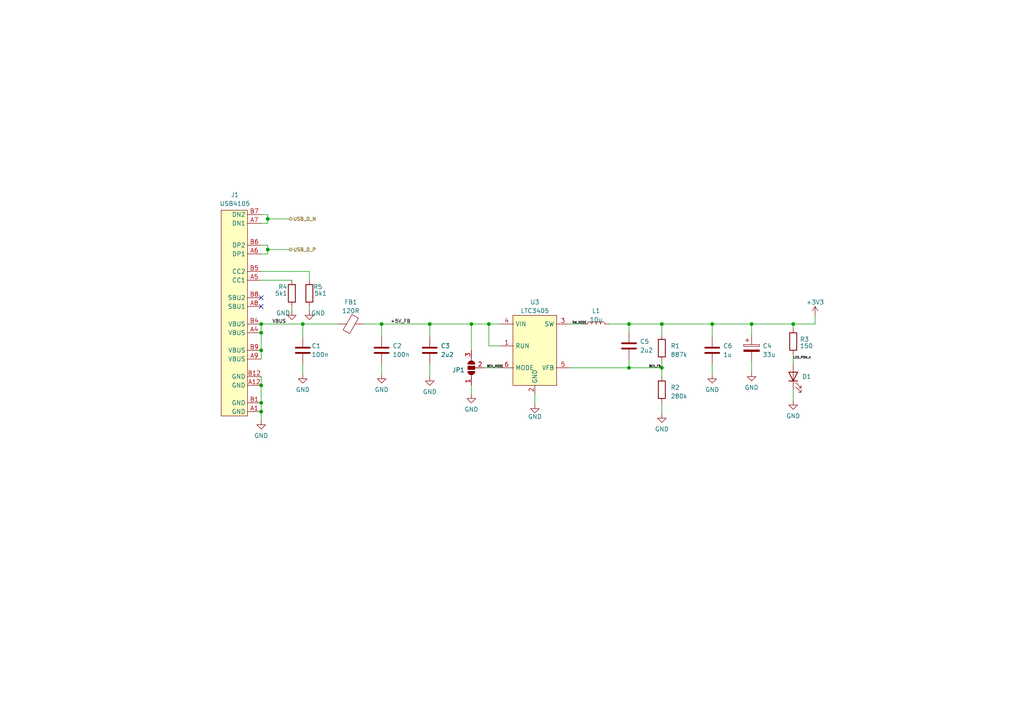
<source format=kicad_sch>
(kicad_sch (version 20230121) (generator eeschema)
  (paper "A4")
  (lib_symbols
    (symbol "Device:C" (pin_numbers hide) (pin_names (offset 0.254))
      (property "Reference" "C" (at 0.635 2.54 0))
      (property "Value" "C" (at 0.635 -2.54 0))
      (symbol "C_0_1"
        (polyline (pts (xy -2.032 -0.762) (xy 2.032 -0.762)) (stroke (width 0.508)))
        (polyline (pts (xy -2.032 0.762) (xy 2.032 0.762)) (stroke (width 0.508)))
      )
      (symbol "C_1_1"
        (pin passive line (at 0 3.81 270) (length 2.794) (name "~") (number "1"))
        (pin passive line (at 0 -3.81 90) (length 2.794) (name "~") (number "2"))
      )
    )
    (symbol "Device:C_Polarized" (pin_numbers hide) (pin_names (offset 0.254))
      (property "Reference" "C" (at 0.635 2.54 0))
      (property "Value" "C_Polarized" (at 0.635 -2.54 0))
      (symbol "C_Polarized_0_1"
        (rectangle (start -2.286 0.508) (end 2.286 1.016))
        (polyline (pts (xy -1.778 2.286) (xy -0.762 2.286)))
        (polyline (pts (xy -1.27 2.794) (xy -1.27 1.778)))
        (rectangle (start 2.286 -0.508) (end -2.286 -1.016) (fill (type outline)))
      )
      (symbol "C_Polarized_1_1"
        (pin passive line (at 0 3.81 270) (length 2.794) (name "~") (number "1"))
        (pin passive line (at 0 -3.81 90) (length 2.794) (name "~") (number "2"))
      )
    )
    (symbol "Device:FerriteBead" (pin_numbers hide) (pin_names (offset 0))
      (property "Reference" "FB" (at -3.81 0.635 90))
      (property "Value" "FerriteBead" (at 3.81 0 90))
      (symbol "FerriteBead_0_1"
        (polyline (pts (xy 0 -1.27) (xy 0 -1.2192)))
        (polyline (pts (xy 0 1.27) (xy 0 1.2954)))
        (polyline (pts (xy -2.7686 0.4064) (xy -1.7018 2.2606) (xy 2.7686 -0.3048) (xy 1.6764 -2.159) (xy -2.7686 0.4064)))
      )
      (symbol "FerriteBead_1_1"
        (pin passive line (at 0 3.81 270) (length 2.54) (name "~") (number "1"))
        (pin passive line (at 0 -3.81 90) (length 2.54) (name "~") (number "2"))
      )
    )
    (symbol "Device:L" (pin_numbers hide) (pin_names (offset 1.016) hide)
      (property "Reference" "L" (at -1.27 0 90))
      (property "Value" "L" (at 1.905 0 90))
      (symbol "L_0_1"
        (arc (start 0 -2.54) (mid 0.6323 -1.905) (end 0 -1.27))
        (arc (start 0 -1.27) (mid 0.6323 -0.635) (end 0 0))
        (arc (start 0 0) (mid 0.6323 0.635) (end 0 1.27))
        (arc (start 0 1.27) (mid 0.6323 1.905) (end 0 2.54))
      )
      (symbol "L_1_1"
        (pin passive line (at 0 3.81 270) (length 1.27) (name "1") (number "1"))
        (pin passive line (at 0 -3.81 90) (length 1.27) (name "2") (number "2"))
      )
    )
    (symbol "Device:LED" (pin_numbers hide) (pin_names (offset 1.016) hide)
      (property "Reference" "D" (at 0 2.54 0))
      (property "Value" "LED" (at 0 -2.54 0))
      (symbol "LED_0_1"
        (polyline (pts (xy -1.27 -1.27) (xy -1.27 1.27)) (stroke (width 0.254)))
        (polyline (pts (xy -1.27 0) (xy 1.27 0)))
        (polyline (pts (xy 1.27 -1.27) (xy 1.27 1.27) (xy -1.27 0) (xy 1.27 -1.27)) (stroke (width 0.254)))
        (polyline (pts (xy -3.048 -0.762) (xy -4.572 -2.286) (xy -3.81 -2.286) (xy -4.572 -2.286) (xy -4.572 -1.524)))
        (polyline (pts (xy -1.778 -0.762) (xy -3.302 -2.286) (xy -2.54 -2.286) (xy -3.302 -2.286) (xy -3.302 -1.524)))
      )
      (symbol "LED_1_1"
        (pin passive line (at -3.81 0 0) (length 2.54) (name "K") (number "1"))
        (pin passive line (at 3.81 0 180) (length 2.54) (name "A") (number "2"))
      )
    )
    (symbol "Device:R" (pin_numbers hide) (pin_names (offset 0))
      (property "Reference" "R" (at 2.032 0 90))
      (property "Value" "R" (at 0 0 90))
      (symbol "R_0_1"
        (rectangle (start -1.016 -2.54) (end 1.016 2.54) (stroke (width 0.254)))
      )
      (symbol "R_1_1"
        (pin passive line (at 0 3.81 270) (length 1.27) (name "~") (number "1"))
        (pin passive line (at 0 -3.81 90) (length 1.27) (name "~") (number "2"))
      )
    )
    (symbol "Jumper:SolderJumper_3_Open" (pin_names (offset 0) hide)
      (property "Reference" "JP" (at -2.54 -2.54 0))
      (property "Value" "SolderJumper_3_Open" (at 0 2.794 0))
      (symbol "SolderJumper_3_Open_0_1"
        (arc (start -1.016 1.016) (mid -2.0276 0) (end -1.016 -1.016))
        (arc (start -1.016 1.016) (mid -2.0276 0) (end -1.016 -1.016) (fill (type outline)))
        (rectangle (start -0.508 1.016) (end 0.508 -1.016) (fill (type outline)))
        (polyline (pts (xy -2.54 0) (xy -2.032 0)))
        (polyline (pts (xy -1.016 1.016) (xy -1.016 -1.016)))
        (polyline (pts (xy 0 -1.27) (xy 0 -1.016)))
        (polyline (pts (xy 1.016 1.016) (xy 1.016 -1.016)))
        (polyline (pts (xy 2.54 0) (xy 2.032 0)))
        (arc (start 1.016 -1.016) (mid 2.0276 0) (end 1.016 1.016))
        (arc (start 1.016 -1.016) (mid 2.0276 0) (end 1.016 1.016) (fill (type outline)))
      )
      (symbol "SolderJumper_3_Open_1_1"
        (pin passive line (at -5.08 0 0) (length 2.54) (name "A") (number "1"))
        (pin passive line (at 0 -3.81 90) (length 2.54) (name "C") (number "2"))
        (pin passive line (at 5.08 0 180) (length 2.54) (name "B") (number "3"))
      )
    )
    (symbol "User_Symbol:LTC3405"
      (property "Reference" "U" (at 0 -21.59 0))
      (property "Value" "LTC3405" (at 5.08 -13.97 0))
      (symbol "LTC3405_0_1"
        (rectangle (start -6.35 8.89) (end 6.35 -11.43) (fill (type background)))
      )
      (symbol "LTC3405_1_1"
        (pin input line (at -10.16 0 0) (length 4) (name "RUN") (number "1"))
        (pin power_in line (at 0 -13.97 90) (length 2.54) (name "GND") (number "2"))
        (pin output line (at 10.16 6.35 180) (length 4) (name "SW") (number "3"))
        (pin power_in line (at -10.16 6.35 0) (length 4) (name "VIN") (number "4"))
        (pin input line (at 10.16 -6.35 180) (length 4) (name "VFB") (number "5"))
        (pin input line (at -10.16 -6.35 0) (length 4) (name "MODE") (number "6"))
      )
    )
    (symbol "User_Symbol:USBC_USB4105"
      (property "Reference" "J" (at 0 -30.48 0))
      (property "Value" "USB4105" (at 0 -33.02 0))
      (symbol "USBC_USB4105_0_1"
        (rectangle (start -3.81 30.48) (end 3.81 -29.21) (fill (type background)))
      )
      (symbol "USBC_USB4105_1_1"
        (pin unspecified line (at 7.81 -27.94 180) (length 4) (name "GND") (number "A1"))
        (pin unspecified line (at 7.81 -20.32 180) (length 4) (name "GND") (number "A12"))
        (pin unspecified line (at 7.81 -5.08 180) (length 4) (name "VBUS") (number "A4"))
        (pin unspecified line (at 7.81 10.16 180) (length 4) (name "CC1") (number "A5"))
        (pin unspecified line (at 7.81 17.78 180) (length 4) (name "DP1") (number "A6"))
        (pin unspecified line (at 7.81 26.67 180) (length 4) (name "DN1") (number "A7"))
        (pin unspecified line (at 7.81 2.54 180) (length 4) (name "SBU1") (number "A8"))
        (pin unspecified line (at 7.81 -12.7 180) (length 4) (name "VBUS") (number "A9"))
        (pin unspecified line (at 7.81 -25.4 180) (length 4) (name "GND") (number "B1"))
        (pin unspecified line (at 7.81 -17.78 180) (length 4) (name "GND") (number "B12"))
        (pin unspecified line (at 7.81 -2.54 180) (length 4) (name "VBUS") (number "B4"))
        (pin unspecified line (at 7.81 12.7 180) (length 4) (name "CC2") (number "B5"))
        (pin unspecified line (at 7.81 20.32 180) (length 4) (name "DP2") (number "B6"))
        (pin unspecified line (at 7.81 29.21 180) (length 4) (name "DN2") (number "B7"))
        (pin unspecified line (at 7.81 5.08 180) (length 4) (name "SBU2") (number "B8"))
        (pin unspecified line (at 7.81 -10.16 180) (length 4) (name "VBUS") (number "B9"))
      )
    )
    (symbol "power:+3V3" (power) (pin_names (offset 0))
      (property "Value" "+3V3" (at 0 3.556 0))
      (symbol "+3V3_0_1"
        (polyline (pts (xy -0.762 1.27) (xy 0 2.54)))
        (polyline (pts (xy 0 0) (xy 0 2.54)))
        (polyline (pts (xy 0 2.54) (xy 0.762 1.27)))
      )
      (symbol "+3V3_1_1"
        (pin power_in line (at 0 0 90) (length 0) hide (name "+3V3") (number "1"))
      )
    )
    (symbol "power:GND" (power) (pin_names (offset 0))
      (property "Value" "GND" (at 0 -3.81 0))
      (symbol "GND_0_1"
        (polyline (pts (xy 0 0) (xy 0 -1.27) (xy 1.27 -1.27) (xy 0 -2.54) (xy -1.27 -1.27) (xy 0 -1.27)))
      )
      (symbol "GND_1_1"
        (pin power_in line (at 0 0 270) (length 0) hide (name "GND") (number "1"))
      )
    )
  )
  (junction (at 75.755 93.98))
  (junction (at 75.755 116.84))
  (junction (at 191.96 106.68))
  (junction (at 75.755 96.52))
  (junction (at 141.795 93.98))
  (junction (at 87.82 93.98))
  (junction (at 217.995 93.98))
  (junction (at 230.06 93.98))
  (junction (at 75.755 111.76))
  (junction (at 75.755 101.6))
  (junction (at 75.755 119.38))
  (junction (at 77.66 72.39))
  (junction (at 182.435 93.98))
  (junction (at 77.66 63.5))
  (junction (at 206.565 93.98))
  (junction (at 182.435 106.68))
  (junction (at 191.96 93.98))
  (junction (at 124.65 93.98))
  (junction (at 110.68 93.98))
  (junction (at 136.715 93.98))
  (no_connect (at 75.755 86.36))
  (no_connect (at 75.755 88.9))
  (wire (pts (xy 176.72 93.98) (xy 182.435 93.98)))
  (wire (pts (xy 136.715 93.98) (xy 141.795 93.98)))
  (wire (pts (xy 77.66 72.39) (xy 83.82 72.39)))
  (wire (pts (xy 75.755 78.74) (xy 89.725 78.74)))
  (wire (pts (xy 155.13 117.2441) (xy 155.13 114.3)))
  (wire (pts (xy 75.755 64.77) (xy 77.66 64.77)))
  (wire (pts (xy 144.97 100.33) (xy 141.795 100.33)))
  (wire (pts (xy 75.755 93.98) (xy 87.82 93.98)))
  (wire (pts (xy 84.645 88.9) (xy 84.645 90.17)))
  (wire (pts (xy 75.755 62.23) (xy 77.66 62.23)))
  (wire (pts (xy 75.755 111.76) (xy 75.755 116.84)))
  (wire (pts (xy 217.995 93.98) (xy 217.995 97.155)))
  (wire (pts (xy 124.65 105.41) (xy 124.65 109.22)))
  (wire (pts (xy 230.06 102.87) (xy 230.06 105.41)))
  (wire (pts (xy 77.66 72.39) (xy 77.66 73.66)))
  (wire (pts (xy 75.755 71.12) (xy 77.66 71.12)))
  (wire (pts (xy 77.66 63.5) (xy 83.82 63.5)))
  (wire (pts (xy 110.68 93.98) (xy 110.68 97.79)))
  (wire (pts (xy 141.795 100.33) (xy 141.795 93.98)))
  (wire (pts (xy 182.435 93.98) (xy 191.96 93.98)))
  (wire (pts (xy 140.525 106.68) (xy 144.97 106.68)))
  (wire (pts (xy 124.65 93.98) (xy 136.715 93.98)))
  (wire (pts (xy 124.65 93.98) (xy 124.65 97.79)))
  (wire (pts (xy 136.715 93.98) (xy 136.715 101.6)))
  (wire (pts (xy 191.96 106.68) (xy 191.96 109.22)))
  (wire (pts (xy 141.795 93.98) (xy 144.97 93.98)))
  (wire (pts (xy 87.82 105.41) (xy 87.82 108.585)))
  (wire (pts (xy 182.435 93.98) (xy 182.435 96.52)))
  (wire (pts (xy 87.82 93.98) (xy 87.82 97.79)))
  (wire (pts (xy 206.565 93.98) (xy 217.995 93.98)))
  (wire (pts (xy 110.68 93.98) (xy 124.65 93.98)))
  (wire (pts (xy 89.725 78.74) (xy 89.725 81.28)))
  (wire (pts (xy 110.68 105.41) (xy 110.68 108.585)))
  (wire (pts (xy 136.715 111.76) (xy 136.715 114.3)))
  (wire (pts (xy 105.6 93.98) (xy 110.68 93.98)))
  (wire (pts (xy 236.41 91.44) (xy 236.41 93.98)))
  (wire (pts (xy 165.29 93.98) (xy 169.1 93.98)))
  (wire (pts (xy 191.96 104.775) (xy 191.96 106.68)))
  (wire (pts (xy 230.06 93.98) (xy 230.06 95.25)))
  (wire (pts (xy 77.66 62.23) (xy 77.66 63.5)))
  (wire (pts (xy 182.435 104.14) (xy 182.435 106.68)))
  (wire (pts (xy 165.29 106.68) (xy 182.435 106.68)))
  (wire (pts (xy 191.96 97.155) (xy 191.96 93.98)))
  (wire (pts (xy 236.41 93.98) (xy 230.06 93.98)))
  (wire (pts (xy 87.82 93.98) (xy 97.98 93.98)))
  (wire (pts (xy 77.66 73.66) (xy 75.755 73.66)))
  (wire (pts (xy 75.755 101.6) (xy 75.755 104.14)))
  (wire (pts (xy 206.565 93.98) (xy 206.565 97.79)))
  (wire (pts (xy 182.435 106.68) (xy 191.96 106.68)))
  (wire (pts (xy 191.96 116.84) (xy 191.96 120.015)))
  (wire (pts (xy 75.755 109.22) (xy 75.755 111.76)))
  (wire (pts (xy 89.725 88.9) (xy 89.725 90.17)))
  (wire (pts (xy 75.755 93.98) (xy 75.755 96.52)))
  (wire (pts (xy 75.755 116.84) (xy 75.755 119.38)))
  (wire (pts (xy 77.66 63.5) (xy 77.66 64.77)))
  (wire (pts (xy 217.995 93.98) (xy 230.06 93.98)))
  (wire (pts (xy 191.96 93.98) (xy 206.565 93.98)))
  (wire (pts (xy 77.66 71.12) (xy 77.66 72.39)))
  (wire (pts (xy 75.755 119.38) (xy 75.755 121.92)))
  (wire (pts (xy 206.565 105.41) (xy 206.565 108.585)))
  (wire (pts (xy 75.755 96.52) (xy 75.755 101.6)))
  (wire (pts (xy 230.06 113.03) (xy 230.06 116.205)))
  (wire (pts (xy 75.755 81.28) (xy 84.645 81.28)))
  (wire (pts (xy 217.995 104.775) (xy 217.995 107.95)))
  (label "+5V_FB" (at 113.22 93.98 0) (effects (font (size 1 1))))
  (label "BCK_MODE" (at 141.16 106.68 0) (effects (font (size 0.6 0.6))))
  (label "VBUS" (at 78.93 93.98 0) (effects (font (size 1 1))))
  (label "LED_POW_A" (at 230.06 104.14 0) (effects (font (size 0.6 0.6))))
  (label "SW_NODE" (at 165.925 93.98 0) (effects (font (size 0.6 0.6))))
  (label "BCK_FB" (at 188.15 106.68 0) (effects (font (size 0.6 0.6))))
  (hierarchical_label "USB_D_P" (shape bidirectional) (at 83.82 72.39 0) (effects (font (size 1 1))))
  (hierarchical_label "USB_D_N" (shape bidirectional) (at 83.82 63.5 0) (effects (font (size 1 1))))
  (symbol (lib_id "Device:C") (at 87.82 101.6 0) (unit 1)
    (property "Reference" "C1" (at 90.36 100.33 0) (effects (justify left)))
    (property "Value" "100n" (at 90.36 102.87 0) (effects (justify left)))
    (property "Footprint" "Capacitor_SMD:C_0603_1608Metric" (effects hide))
  )
  (symbol (lib_id "Device:C") (at 206.565 101.6 0) (unit 1)
    (property "Reference" "C6" (at 209.74 100.33 0) (effects (justify left)))
    (property "Value" "1u" (at 209.74 102.87 0) (effects (justify left)))
    (property "Footprint" "Capacitor_SMD:C_0603_1608Metric" (effects hide))
    (instances (project "Raspi Pico Board" (path "" (reference "C6") (unit 1)) (path "" (reference "C5") (unit 1))))
  )
  (symbol (lib_id "Device:FerriteBead") (at 101.79 93.98 90) (unit 1)
    (property "Reference" "FB1" (at 101.7392 87.63 90))
    (property "Value" "120R" (at 101.7392 90.17 90))
    (property "Footprint" "Resistor_SMD:R_0603_1608Metric" (effects hide))
  )
  (symbol (lib_id "User_Symbol:LTC3405") (at 155.13 100.33 0) (unit 1)
    (property "Reference" "U3" (at 155.13 87.63 0))
    (property "Value" "LTC3405" (at 155.13 90.17 0))
    (property "Footprint" "Package_TO_SOT_SMD:TSOT-23-6_HandSoldering" (effects hide))
    (property "Datasheet" "https://eu.mouser.com/datasheet/2/609/3405fa-2954725.pdf" (effects hide))
  )
  (symbol (lib_id "power:GND") (at 89.725 90.17 0) (unit 1)
    (property "Reference" "#PWR014" (effects hide))
    (property "Value" "GND" (at 92.265 90.805 0))
    (instances (project "Raspi Pico Board" (path "" (reference "#PWR014") (unit 1)) (path "" (reference "#PWR06") (unit 1))))
  )
  (symbol (lib_id "Device:R") (at 191.96 100.965 0) (unit 1)
    (property "Reference" "R1" (at 194.5 100.33 0) (effects (justify left)))
    (property "Value" "887k" (at 194.5 102.87 0) (effects (justify left)))
    (property "Footprint" "Resistor_SMD:R_0603_1608Metric" (effects hide))
    (instances (project "Raspi Pico Board" (path "" (reference "R1") (unit 1)) (path "" (reference "R3") (unit 1))))
  )
  (symbol (lib_id "power:GND") (at 110.68 108.585 0) (unit 1)
    (property "Reference" "#PWR06" (effects hide))
    (property "Value" "GND" (at 110.68 113.03 0))
    (instances (project "Raspi Pico Board" (path "" (reference "#PWR06") (unit 1)) (path "" (reference "#PWR07") (unit 1))))
  )
  (symbol (lib_id "Device:C") (at 182.435 100.33 0) (unit 1)
    (property "Reference" "C5" (at 185.61 99.06 0) (effects (justify left)))
    (property "Value" "2u2" (at 185.61 101.6 0) (effects (justify left)))
    (property "Footprint" "Capacitor_SMD:C_0603_1608Metric" (effects hide))
    (instances (project "Raspi Pico Board" (path "" (reference "C5") (unit 1)) (path "" (reference "C4") (unit 1))))
  )
  (symbol (lib_id "Device:R") (at 230.06 99.06 0) (unit 1)
    (property "Reference" "R3" (at 231.965 98.425 0) (effects (justify left)))
    (property "Value" "150" (at 231.965 100.33 0) (effects (justify left)))
    (property "Footprint" "Resistor_SMD:R_0603_1608Metric" (effects hide))
    (instances (project "Raspi Pico Board" (path "" (reference "R3") (unit 1)) (path "" (reference "R5") (unit 1))))
  )
  (symbol (lib_id "Jumper:SolderJumper_3_Open") (at 136.715 106.68 90) (unit 1)
    (property "Reference" "JP1" (at 134.81 107.315 90) (effects (justify left)))
    (property "Value" "SolderJumper_3_Open" (effects hide))
    (property "Footprint" "Jumper:SolderJumper-3_P1.3mm_Open_Pad1.0x1.5mm" (effects hide))
  )
  (symbol (lib_id "power:+3V3") (at 236.41 91.44 0) (unit 1)
    (property "Reference" "#PWR014" (effects hide))
    (property "Value" "+3V3" (at 236.41 87.6599 0))
  )
  (symbol (lib_id "Device:L") (at 172.91 93.98 90) (unit 1)
    (property "Reference" "L1" (at 172.91 90.17 90))
    (property "Value" "10u" (at 172.91 92.71 90))
    (property "Footprint" "Inductor_SMD:L_0805_2012Metric" (effects hide))
  )
  (symbol (lib_id "Device:R") (at 191.96 113.03 0) (unit 1)
    (property "Reference" "R2" (at 194.5 112.395 0) (effects (justify left)))
    (property "Value" "280k" (at 194.5 114.935 0) (effects (justify left)))
    (property "Footprint" "Resistor_SMD:R_0603_1608Metric" (effects hide))
    (instances (project "Raspi Pico Board" (path "" (reference "R2") (unit 1)) (path "" (reference "R4") (unit 1))))
  )
  (symbol (lib_id "power:GND") (at 75.755 121.92 0) (unit 1)
    (property "Reference" "#PWR04" (effects hide))
    (property "Value" "GND" (at 75.755 126.365 0))
    (instances (project "Raspi Pico Board" (path "" (reference "#PWR04") (unit 1)) (path "" (reference "#PWR03") (unit 1))))
  )
  (symbol (lib_id "Device:LED") (at 230.06 109.22 90) (unit 1)
    (property "Reference" "D1" (at 232.6 109.22 90) (effects (justify right)))
    (property "Value" "LED" (effects hide))
    (property "Footprint" "LED_SMD:LED_0805_2012Metric" (effects hide))
  )
  (symbol (lib_id "power:GND") (at 124.65 109.22 0) (unit 1)
    (property "Reference" "#PWR07" (effects hide))
    (property "Value" "GND" (at 124.65 113.665 0))
    (instances (project "Raspi Pico Board" (path "" (reference "#PWR07") (unit 1)) (path "" (reference "#PWR08") (unit 1))))
  )
  (symbol (lib_id "User_Symbol:USBC_USB4105") (at 67.945 91.44 0) (unit 1)
    (property "Reference" "J1" (at 68.135 56.515 0))
    (property "Value" "USB4105" (at 68.135 59.055 0))
    (property "Footprint" "User_Footprint:USBC_4105" (effects hide))
    (property "Datasheet" "https://eu.mouser.com/datasheet/2/837/Global_Connector_Technology_usb4105-3106202.pdf" (effects hide))
  )
  (symbol (lib_id "power:GND") (at 136.715 114.3 0) (unit 1)
    (property "Reference" "#PWR03" (effects hide))
    (property "Value" "GND" (at 136.715 118.745 0))
    (instances (project "Raspi Pico Board" (path "" (reference "#PWR03") (unit 1)) (path "" (reference "#PWR09") (unit 1))))
  )
  (symbol (lib_id "Device:C") (at 110.68 101.6 0) (unit 1)
    (property "Reference" "C2" (at 113.855 100.33 0) (effects (justify left)))
    (property "Value" "100n" (at 113.855 102.87 0) (effects (justify left)))
    (property "Footprint" "Capacitor_SMD:C_0603_1608Metric" (effects hide))
  )
  (symbol (lib_id "power:GND") (at 84.645 90.17 0) (unit 1)
    (property "Reference" "#PWR013" (effects hide))
    (property "Value" "GND" (at 82.105 90.805 0))
    (instances (project "Raspi Pico Board" (path "" (reference "#PWR013") (unit 1)) (path "" (reference "#PWR04") (unit 1))))
  )
  (symbol (lib_id "power:GND") (at 230.06 116.205 0) (unit 1)
    (property "Reference" "#PWR011" (effects hide))
    (property "Value" "GND" (at 230.06 120.65 0))
    (instances (project "Raspi Pico Board" (path "" (reference "#PWR011") (unit 1)) (path "" (reference "#PWR013") (unit 1))))
  )
  (symbol (lib_id "Device:R") (at 89.725 85.09 180) (unit 1)
    (property "Reference" "R5" (at 93.535 83.185 0) (effects (justify left)))
    (property "Value" "5k1" (at 94.805 85.09 0) (effects (justify left)))
    (property "Footprint" "Resistor_SMD:R_0603_1608Metric" (effects hide))
    (instances (project "Raspi Pico Board" (path "" (reference "R5") (unit 1)) (path "" (reference "R2") (unit 1))))
  )
  (symbol (lib_id "Device:C") (at 124.65 101.6 0) (unit 1)
    (property "Reference" "C3" (at 127.825 100.33 0) (effects (justify left)))
    (property "Value" "2u2" (at 127.825 102.87 0) (effects (justify left)))
    (property "Footprint" "Capacitor_SMD:C_0603_1608Metric" (effects hide))
  )
  (symbol (lib_id "power:GND") (at 206.565 108.585 0) (unit 1)
    (property "Reference" "#PWR010" (effects hide))
    (property "Value" "GND" (at 206.565 113.03 0))
    (instances (project "Raspi Pico Board" (path "" (reference "#PWR010") (unit 1)) (path "" (reference "#PWR011") (unit 1))))
  )
  (symbol (lib_id "power:GND") (at 155.13 117.2441 0) (unit 1)
    (property "Reference" "#PWR03" (effects hide))
    (property "Value" "GND" (at 155.1438 120.8697 0))
    (instances (project "Raspi Pico Board" (path "" (reference "#PWR03") (unit 1)) (path "" (reference "#PWR057") (unit 1))))
  )
  (symbol (lib_id "Device:C_Polarized") (at 217.995 100.965 0) (unit 1)
    (property "Reference" "C4" (at 221.17 100.33 0) (effects (justify left)))
    (property "Value" "33u" (at 221.17 102.87 0) (effects (justify left)))
    (property "Footprint" "Capacitor_SMD:C_1210_3225Metric" (effects hide))
    (instances (project "Raspi Pico Board" (path "" (reference "C4") (unit 1)) (path "" (reference "C6") (unit 1))))
  )
  (symbol (lib_id "Device:R") (at 84.645 85.09 180) (unit 1)
    (property "Reference" "R4" (at 83.375 83.185 0) (effects (justify left)))
    (property "Value" "5k1" (at 83.375 85.09 0) (effects (justify left)))
    (property "Footprint" "Resistor_SMD:R_0603_1608Metric" (effects hide))
    (instances (project "Raspi Pico Board" (path "" (reference "R4") (unit 1)) (path "" (reference "R1") (unit 1))))
  )
  (symbol (lib_id "power:GND") (at 87.82 108.585 0) (unit 1)
    (property "Reference" "#PWR05" (effects hide))
    (property "Value" "GND" (at 87.82 113.03 0))
  )
  (symbol (lib_id "power:GND") (at 191.96 120.015 0) (unit 1)
    (property "Reference" "#PWR09" (effects hide))
    (property "Value" "GND" (at 191.96 124.46 0))
    (instances (project "Raspi Pico Board" (path "" (reference "#PWR09") (unit 1)) (path "" (reference "#PWR010") (unit 1))))
  )
  (symbol (lib_id "power:GND") (at 217.995 107.95 0) (unit 1)
    (property "Reference" "#PWR08" (effects hide))
    (property "Value" "GND" (at 217.995 112.395 0))
    (instances (project "Raspi Pico Board" (path "" (reference "#PWR08") (unit 1)) (path "" (reference "#PWR012") (unit 1))))
  )
)
</source>
